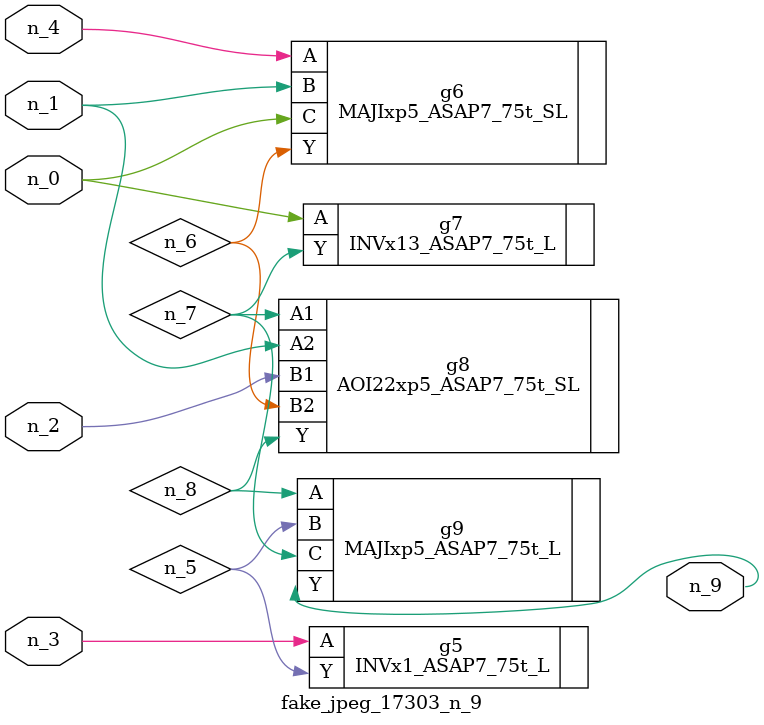
<source format=v>
module fake_jpeg_17303_n_9 (n_3, n_2, n_1, n_0, n_4, n_9);

input n_3;
input n_2;
input n_1;
input n_0;
input n_4;

output n_9;

wire n_8;
wire n_6;
wire n_5;
wire n_7;

INVx1_ASAP7_75t_L g5 ( 
.A(n_3),
.Y(n_5)
);

MAJIxp5_ASAP7_75t_SL g6 ( 
.A(n_4),
.B(n_1),
.C(n_0),
.Y(n_6)
);

INVx13_ASAP7_75t_L g7 ( 
.A(n_0),
.Y(n_7)
);

AOI22xp5_ASAP7_75t_SL g8 ( 
.A1(n_7),
.A2(n_1),
.B1(n_2),
.B2(n_6),
.Y(n_8)
);

MAJIxp5_ASAP7_75t_L g9 ( 
.A(n_8),
.B(n_5),
.C(n_7),
.Y(n_9)
);


endmodule
</source>
